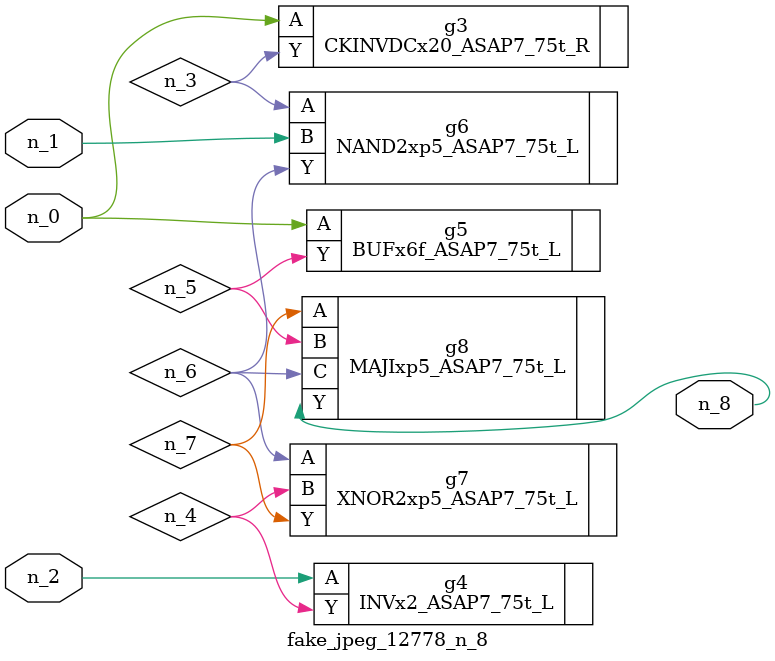
<source format=v>
module fake_jpeg_12778_n_8 (n_0, n_2, n_1, n_8);

input n_0;
input n_2;
input n_1;

output n_8;

wire n_3;
wire n_4;
wire n_6;
wire n_5;
wire n_7;

CKINVDCx20_ASAP7_75t_R g3 ( 
.A(n_0),
.Y(n_3)
);

INVx2_ASAP7_75t_L g4 ( 
.A(n_2),
.Y(n_4)
);

BUFx6f_ASAP7_75t_L g5 ( 
.A(n_0),
.Y(n_5)
);

NAND2xp5_ASAP7_75t_L g6 ( 
.A(n_3),
.B(n_1),
.Y(n_6)
);

XNOR2xp5_ASAP7_75t_L g7 ( 
.A(n_6),
.B(n_4),
.Y(n_7)
);

MAJIxp5_ASAP7_75t_L g8 ( 
.A(n_7),
.B(n_5),
.C(n_6),
.Y(n_8)
);


endmodule
</source>
